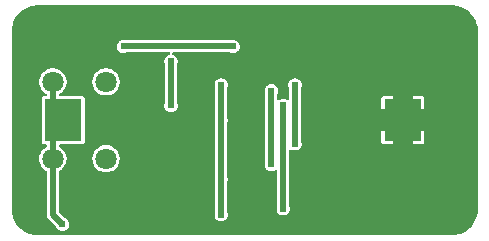
<source format=gbl>
G04 Layer: BottomLayer*
G04 EasyEDA v6.5.40, 2024-07-28 23:41:03*
G04 a67cddfb3fce44daa9051d46cbbcc19f,10*
G04 Gerber Generator version 0.2*
G04 Scale: 100 percent, Rotated: No, Reflected: No *
G04 Dimensions in millimeters *
G04 leading zeros omitted , absolute positions ,4 integer and 5 decimal *
%FSLAX45Y45*%
%MOMM*%

%AMMACRO1*21,1,$1,$2,0,0,$3*%
%ADD10C,0.5000*%
%ADD11MACRO1,3.56X3.13X90.0000*%
%ADD12C,1.8000*%
%ADD13C,0.6096*%
%ADD14C,0.6100*%
%ADD15C,0.0163*%

%LPD*%
G36*
X250291Y25908D02*
G01*
X230022Y26822D01*
X210667Y29413D01*
X191566Y33680D01*
X172974Y39624D01*
X154889Y47142D01*
X137566Y56184D01*
X121107Y66700D01*
X105664Y78638D01*
X91236Y91897D01*
X78079Y106324D01*
X66192Y121869D01*
X55727Y138379D01*
X46736Y155702D01*
X39319Y173786D01*
X33477Y192430D01*
X29260Y211531D01*
X26771Y230936D01*
X25908Y250748D01*
X25908Y1749247D01*
X26822Y1769973D01*
X29413Y1789328D01*
X33680Y1808429D01*
X39624Y1827022D01*
X47142Y1845106D01*
X56184Y1862429D01*
X66700Y1878888D01*
X78638Y1894332D01*
X91897Y1908759D01*
X106324Y1921916D01*
X121869Y1933803D01*
X138379Y1944268D01*
X155702Y1953260D01*
X173786Y1960676D01*
X192430Y1966518D01*
X211531Y1970735D01*
X230936Y1973224D01*
X250748Y1974088D01*
X3749243Y1974088D01*
X3769969Y1973173D01*
X3789324Y1970582D01*
X3808425Y1966315D01*
X3827068Y1960372D01*
X3845102Y1952853D01*
X3862425Y1943811D01*
X3878884Y1933295D01*
X3894378Y1921357D01*
X3908755Y1908098D01*
X3921912Y1893671D01*
X3933799Y1878126D01*
X3944264Y1861616D01*
X3953256Y1844293D01*
X3960672Y1826209D01*
X3966514Y1807565D01*
X3970731Y1788464D01*
X3973220Y1769110D01*
X3974084Y1749247D01*
X3974084Y250748D01*
X3973169Y230022D01*
X3970578Y210667D01*
X3966311Y191566D01*
X3960368Y172974D01*
X3952849Y154889D01*
X3943807Y137566D01*
X3933291Y121107D01*
X3921353Y105664D01*
X3908094Y91236D01*
X3893667Y78079D01*
X3878122Y66192D01*
X3861663Y55727D01*
X3844290Y46736D01*
X3826205Y39319D01*
X3807561Y33477D01*
X3788460Y29260D01*
X3769106Y26771D01*
X3749243Y25908D01*
G37*

%LPC*%
G36*
X455930Y62738D02*
G01*
X465734Y63601D01*
X475234Y66141D01*
X484124Y70307D01*
X492150Y75946D01*
X499109Y82905D01*
X504748Y90932D01*
X508914Y99822D01*
X511454Y109321D01*
X512318Y119126D01*
X511454Y128930D01*
X508914Y138430D01*
X504748Y147320D01*
X499109Y155346D01*
X492150Y162306D01*
X484124Y167944D01*
X476250Y171602D01*
X473354Y173634D01*
X428802Y218033D01*
X426567Y221335D01*
X425805Y225247D01*
X425805Y564692D01*
X426364Y567994D01*
X427990Y570992D01*
X430530Y573278D01*
X443128Y581253D01*
X454304Y590499D01*
X464312Y601116D01*
X472846Y612902D01*
X479856Y625652D01*
X485190Y639165D01*
X488848Y653288D01*
X490677Y667715D01*
X490677Y682294D01*
X488848Y696722D01*
X485190Y710793D01*
X479856Y724357D01*
X472846Y737108D01*
X464312Y748893D01*
X454304Y759460D01*
X443128Y768756D01*
X430631Y776681D01*
X428091Y778967D01*
X426466Y781913D01*
X425907Y785926D01*
X426669Y789838D01*
X428904Y793140D01*
X432206Y795324D01*
X436067Y796086D01*
X617423Y796086D01*
X623773Y796798D01*
X629208Y798728D01*
X634085Y801776D01*
X638200Y805891D01*
X641299Y810768D01*
X643178Y816254D01*
X643890Y822553D01*
X643890Y1177442D01*
X643178Y1183741D01*
X641299Y1189228D01*
X638200Y1194104D01*
X634085Y1198219D01*
X629208Y1201267D01*
X623773Y1203198D01*
X617423Y1203909D01*
X436067Y1203909D01*
X432206Y1204671D01*
X428904Y1206906D01*
X426669Y1210157D01*
X425907Y1214729D01*
X426466Y1218082D01*
X428091Y1221079D01*
X430631Y1223314D01*
X443128Y1231239D01*
X454304Y1240536D01*
X464312Y1251153D01*
X472846Y1262888D01*
X479856Y1275638D01*
X485190Y1289202D01*
X488848Y1303274D01*
X490677Y1317701D01*
X490677Y1332280D01*
X488848Y1346708D01*
X485190Y1360830D01*
X479856Y1374343D01*
X472846Y1387094D01*
X464312Y1398879D01*
X454304Y1409496D01*
X443128Y1418742D01*
X430834Y1426565D01*
X417677Y1432763D01*
X403809Y1437233D01*
X389534Y1439976D01*
X375005Y1440891D01*
X360476Y1439976D01*
X346202Y1437233D01*
X332333Y1432763D01*
X319176Y1426565D01*
X306882Y1418742D01*
X295656Y1409496D01*
X285699Y1398879D01*
X277164Y1387094D01*
X270154Y1374343D01*
X264769Y1360830D01*
X261162Y1346708D01*
X259334Y1332280D01*
X259334Y1317701D01*
X261162Y1303274D01*
X264769Y1289202D01*
X270154Y1275638D01*
X277164Y1262888D01*
X285699Y1251153D01*
X295656Y1240536D01*
X306882Y1231239D01*
X319379Y1223314D01*
X321919Y1221028D01*
X323545Y1218082D01*
X324104Y1214069D01*
X323342Y1210157D01*
X321106Y1206906D01*
X317804Y1204671D01*
X313944Y1203909D01*
X305562Y1203909D01*
X299262Y1203198D01*
X293776Y1201267D01*
X288899Y1198219D01*
X284784Y1194104D01*
X281736Y1189228D01*
X279806Y1183741D01*
X279095Y1177442D01*
X279095Y822553D01*
X279806Y816254D01*
X281736Y810768D01*
X284784Y805891D01*
X288899Y801776D01*
X293776Y798728D01*
X299262Y796798D01*
X305562Y796086D01*
X313944Y796086D01*
X317804Y795324D01*
X321106Y793140D01*
X323342Y789838D01*
X324104Y785266D01*
X323545Y781913D01*
X321919Y778967D01*
X319379Y776681D01*
X306882Y768756D01*
X295656Y759460D01*
X285699Y748893D01*
X277164Y737108D01*
X270154Y724357D01*
X264769Y710793D01*
X261162Y696722D01*
X259334Y682294D01*
X259334Y667715D01*
X261162Y653288D01*
X264769Y639165D01*
X270154Y625652D01*
X277164Y612902D01*
X285699Y601116D01*
X295656Y590499D01*
X306882Y581253D01*
X319278Y573379D01*
X321818Y571093D01*
X323443Y568147D01*
X324002Y564794D01*
X324002Y200101D01*
X324205Y195376D01*
X324764Y191058D01*
X325780Y186639D01*
X327050Y182473D01*
X328828Y178308D01*
X330809Y174447D01*
X333248Y170637D01*
X335889Y167182D01*
X339140Y163677D01*
X401523Y101498D01*
X403555Y98602D01*
X407111Y90932D01*
X412750Y82905D01*
X419709Y75946D01*
X427735Y70307D01*
X436626Y66141D01*
X446125Y63601D01*
G37*
G36*
X1799996Y143611D02*
G01*
X1809800Y144475D01*
X1819300Y147015D01*
X1828190Y151180D01*
X1836216Y156819D01*
X1843176Y163779D01*
X1848815Y171805D01*
X1852980Y180695D01*
X1855520Y190195D01*
X1856384Y199999D01*
X1855520Y209804D01*
X1852980Y219303D01*
X1851863Y221640D01*
X1850898Y225958D01*
X1850898Y474472D01*
X1851863Y478739D01*
X1853082Y481330D01*
X1855622Y490829D01*
X1856486Y500634D01*
X1855622Y510438D01*
X1853082Y519938D01*
X1851863Y522528D01*
X1850898Y526796D01*
X1850898Y974090D01*
X1851863Y978408D01*
X1852930Y980744D01*
X1855470Y990193D01*
X1856333Y999998D01*
X1855470Y1009802D01*
X1852930Y1019251D01*
X1851863Y1021587D01*
X1850898Y1025906D01*
X1850898Y1273810D01*
X1851863Y1278128D01*
X1853082Y1280718D01*
X1855622Y1290218D01*
X1856486Y1299972D01*
X1855622Y1309776D01*
X1853082Y1319276D01*
X1848916Y1328166D01*
X1843278Y1336243D01*
X1836318Y1343202D01*
X1828292Y1348790D01*
X1819402Y1352956D01*
X1809902Y1355496D01*
X1800098Y1356360D01*
X1790293Y1355496D01*
X1780793Y1352956D01*
X1771904Y1348790D01*
X1763877Y1343202D01*
X1756918Y1336243D01*
X1751279Y1328166D01*
X1747113Y1319276D01*
X1744573Y1309776D01*
X1743710Y1299972D01*
X1744573Y1290218D01*
X1747113Y1280718D01*
X1748129Y1278534D01*
X1749094Y1274267D01*
X1749094Y1025906D01*
X1748129Y1021587D01*
X1747062Y1019251D01*
X1744522Y1009802D01*
X1743659Y999998D01*
X1744522Y990193D01*
X1747062Y980744D01*
X1748129Y978408D01*
X1749094Y974090D01*
X1749094Y526389D01*
X1748129Y522071D01*
X1747113Y519938D01*
X1744573Y510438D01*
X1743710Y500634D01*
X1744573Y490829D01*
X1747113Y481330D01*
X1748129Y479196D01*
X1749094Y474878D01*
X1749094Y225958D01*
X1748129Y221640D01*
X1747012Y219303D01*
X1744472Y209804D01*
X1743608Y199999D01*
X1744472Y190195D01*
X1747012Y180695D01*
X1751177Y171805D01*
X1756816Y163779D01*
X1763775Y156819D01*
X1771802Y151180D01*
X1780692Y147015D01*
X1790192Y144475D01*
G37*
G36*
X2325014Y193649D02*
G01*
X2334768Y194513D01*
X2344267Y197053D01*
X2353157Y201168D01*
X2361234Y206806D01*
X2368143Y213766D01*
X2373782Y221792D01*
X2377948Y230733D01*
X2380488Y240182D01*
X2381351Y249986D01*
X2380488Y259791D01*
X2377948Y269240D01*
X2376830Y271576D01*
X2375916Y275894D01*
X2375916Y746302D01*
X2376830Y750620D01*
X2379522Y754126D01*
X2383434Y756158D01*
X2387803Y756310D01*
X2391867Y754634D01*
X2396794Y751179D01*
X2405735Y747064D01*
X2415184Y744524D01*
X2424988Y743661D01*
X2434793Y744524D01*
X2444242Y747064D01*
X2453182Y751179D01*
X2461209Y756818D01*
X2468168Y763778D01*
X2473807Y771804D01*
X2477922Y780745D01*
X2480462Y790194D01*
X2481326Y799998D01*
X2480462Y809802D01*
X2477922Y819251D01*
X2476855Y821588D01*
X2475890Y825906D01*
X2475890Y1274114D01*
X2476855Y1278382D01*
X2477922Y1280718D01*
X2480462Y1290218D01*
X2481326Y1299972D01*
X2480462Y1309776D01*
X2477922Y1319276D01*
X2473807Y1328166D01*
X2468168Y1336243D01*
X2461209Y1343152D01*
X2453182Y1348790D01*
X2444242Y1352956D01*
X2434793Y1355496D01*
X2424988Y1356360D01*
X2415184Y1355496D01*
X2405735Y1352956D01*
X2396794Y1348790D01*
X2388768Y1343152D01*
X2381808Y1336243D01*
X2376170Y1328166D01*
X2372055Y1319276D01*
X2369515Y1309776D01*
X2368651Y1299972D01*
X2369515Y1290218D01*
X2372055Y1280718D01*
X2373122Y1278382D01*
X2374087Y1274064D01*
X2374087Y1178661D01*
X2373122Y1174343D01*
X2370480Y1170889D01*
X2366568Y1168857D01*
X2362149Y1168654D01*
X2358085Y1170330D01*
X2353157Y1173784D01*
X2344267Y1177950D01*
X2334768Y1180490D01*
X2325014Y1181354D01*
X2315210Y1180490D01*
X2305710Y1177950D01*
X2296820Y1173784D01*
X2291892Y1170330D01*
X2287828Y1168654D01*
X2283460Y1168857D01*
X2279548Y1170889D01*
X2276856Y1174394D01*
X2275890Y1178661D01*
X2275890Y1224127D01*
X2276856Y1228394D01*
X2277922Y1230731D01*
X2280462Y1240231D01*
X2281326Y1249984D01*
X2280462Y1259789D01*
X2277922Y1269288D01*
X2273808Y1278178D01*
X2268169Y1286256D01*
X2261209Y1293164D01*
X2253183Y1298803D01*
X2244242Y1302969D01*
X2234793Y1305509D01*
X2224989Y1306372D01*
X2215184Y1305509D01*
X2205736Y1302969D01*
X2196795Y1298803D01*
X2188768Y1293164D01*
X2181809Y1286256D01*
X2176170Y1278178D01*
X2172055Y1269288D01*
X2169515Y1259789D01*
X2168652Y1249984D01*
X2169515Y1240231D01*
X2172055Y1230731D01*
X2173122Y1228394D01*
X2174087Y1224076D01*
X2174087Y650900D01*
X2173122Y646633D01*
X2172055Y644245D01*
X2169515Y634796D01*
X2168652Y624992D01*
X2169515Y615188D01*
X2172055Y605739D01*
X2176170Y596798D01*
X2181809Y588772D01*
X2188768Y581812D01*
X2196795Y576173D01*
X2205736Y572058D01*
X2215184Y569518D01*
X2224989Y568655D01*
X2234793Y569518D01*
X2244242Y572058D01*
X2253183Y576173D01*
X2258110Y579628D01*
X2262174Y581355D01*
X2266543Y581152D01*
X2270455Y579120D01*
X2273147Y575614D01*
X2274062Y571347D01*
X2274062Y275894D01*
X2273147Y271627D01*
X2272030Y269240D01*
X2269490Y259791D01*
X2268626Y249986D01*
X2269490Y240182D01*
X2272030Y230733D01*
X2276195Y221792D01*
X2281834Y213766D01*
X2288743Y206806D01*
X2296820Y201168D01*
X2305710Y197053D01*
X2315210Y194513D01*
G37*
G36*
X824992Y559104D02*
G01*
X839520Y560019D01*
X853795Y562762D01*
X867664Y567232D01*
X880821Y573430D01*
X893114Y581253D01*
X904341Y590499D01*
X914298Y601116D01*
X922832Y612902D01*
X929843Y625652D01*
X935228Y639165D01*
X938834Y653288D01*
X940663Y667715D01*
X940663Y682294D01*
X938834Y696722D01*
X935228Y710793D01*
X929843Y724357D01*
X922832Y737108D01*
X914298Y748893D01*
X904341Y759460D01*
X893114Y768756D01*
X880821Y776528D01*
X867664Y782726D01*
X853795Y787247D01*
X839520Y789990D01*
X824992Y790905D01*
X810463Y789990D01*
X796188Y787247D01*
X782320Y782726D01*
X769162Y776528D01*
X756869Y768756D01*
X745693Y759460D01*
X735685Y748893D01*
X727151Y737108D01*
X720140Y724357D01*
X714806Y710793D01*
X711149Y696722D01*
X709320Y682294D01*
X709320Y667715D01*
X711149Y653288D01*
X714806Y639165D01*
X720140Y625652D01*
X727151Y612902D01*
X735685Y601116D01*
X745693Y590499D01*
X756869Y581253D01*
X769162Y573430D01*
X782320Y567232D01*
X796188Y562762D01*
X810463Y560019D01*
G37*
G36*
X3182569Y796086D02*
G01*
X3253892Y796086D01*
X3253892Y904646D01*
X3156102Y904646D01*
X3156102Y822553D01*
X3156813Y816254D01*
X3158693Y810768D01*
X3161792Y805891D01*
X3165906Y801776D01*
X3170783Y798728D01*
X3176270Y796798D01*
G37*
G36*
X3423107Y796086D02*
G01*
X3494430Y796086D01*
X3500729Y796798D01*
X3506215Y798728D01*
X3511092Y801776D01*
X3515207Y805891D01*
X3518306Y810768D01*
X3520186Y816254D01*
X3520897Y822553D01*
X3520897Y904646D01*
X3423107Y904646D01*
G37*
G36*
X1375003Y1068628D02*
G01*
X1384808Y1069492D01*
X1394307Y1072032D01*
X1403197Y1076198D01*
X1411224Y1081786D01*
X1418183Y1088745D01*
X1423822Y1096822D01*
X1427988Y1105712D01*
X1430528Y1115212D01*
X1431391Y1124966D01*
X1430528Y1134770D01*
X1427988Y1144270D01*
X1426870Y1146657D01*
X1425905Y1150975D01*
X1425905Y1474012D01*
X1426870Y1478330D01*
X1427988Y1480718D01*
X1430528Y1490218D01*
X1431391Y1499971D01*
X1430528Y1509776D01*
X1427988Y1519275D01*
X1423822Y1528165D01*
X1418183Y1536242D01*
X1411224Y1543202D01*
X1403197Y1548790D01*
X1394307Y1552956D01*
X1389126Y1554327D01*
X1385417Y1556207D01*
X1382776Y1559407D01*
X1381607Y1563420D01*
X1382166Y1567535D01*
X1384300Y1571091D01*
X1387703Y1573479D01*
X1391767Y1574342D01*
X1873808Y1574190D01*
X1878126Y1573225D01*
X1880717Y1572006D01*
X1890217Y1569466D01*
X1900021Y1568602D01*
X1909775Y1569466D01*
X1919274Y1572006D01*
X1928164Y1576171D01*
X1936242Y1581810D01*
X1943201Y1588770D01*
X1948789Y1596796D01*
X1952955Y1605686D01*
X1955495Y1615186D01*
X1956358Y1624990D01*
X1955495Y1634794D01*
X1952955Y1644294D01*
X1948789Y1653184D01*
X1943150Y1661210D01*
X1936140Y1668272D01*
X1928114Y1673910D01*
X1919224Y1678076D01*
X1909724Y1680616D01*
X1899920Y1681480D01*
X1890115Y1680616D01*
X1880616Y1678076D01*
X1878279Y1676958D01*
X1873961Y1675993D01*
X1000455Y1676247D01*
X996187Y1677212D01*
X994054Y1678178D01*
X984554Y1680718D01*
X974801Y1681581D01*
X964996Y1680718D01*
X955497Y1678178D01*
X946607Y1674012D01*
X938530Y1668424D01*
X931570Y1661464D01*
X925982Y1653387D01*
X921816Y1644497D01*
X919276Y1634998D01*
X918413Y1625193D01*
X919276Y1615440D01*
X921816Y1605940D01*
X925982Y1597050D01*
X931570Y1588973D01*
X938530Y1582013D01*
X946607Y1576425D01*
X955497Y1572260D01*
X964996Y1569720D01*
X974801Y1568856D01*
X984554Y1569720D01*
X994054Y1572260D01*
X996696Y1573479D01*
X1001014Y1574444D01*
X1358290Y1574342D01*
X1362354Y1573479D01*
X1365758Y1571091D01*
X1367891Y1567535D01*
X1368399Y1563420D01*
X1367282Y1559407D01*
X1364640Y1556207D01*
X1360932Y1554378D01*
X1355699Y1552956D01*
X1346809Y1548790D01*
X1338783Y1543202D01*
X1331823Y1536242D01*
X1326184Y1528165D01*
X1322019Y1519275D01*
X1319479Y1509776D01*
X1318615Y1499971D01*
X1319479Y1490218D01*
X1322019Y1480718D01*
X1323136Y1478330D01*
X1324102Y1474063D01*
X1324102Y1150924D01*
X1323136Y1146657D01*
X1322019Y1144270D01*
X1319479Y1134770D01*
X1318615Y1124966D01*
X1319479Y1115212D01*
X1322019Y1105712D01*
X1326184Y1096822D01*
X1331823Y1088745D01*
X1338783Y1081786D01*
X1346809Y1076198D01*
X1355699Y1072032D01*
X1365199Y1069492D01*
G37*
G36*
X3156102Y1095349D02*
G01*
X3253892Y1095349D01*
X3253892Y1203909D01*
X3182569Y1203909D01*
X3176270Y1203198D01*
X3170783Y1201267D01*
X3165906Y1198219D01*
X3161792Y1194104D01*
X3158693Y1189228D01*
X3156813Y1183741D01*
X3156102Y1177442D01*
G37*
G36*
X3423107Y1095349D02*
G01*
X3520897Y1095349D01*
X3520897Y1177442D01*
X3520186Y1183741D01*
X3518306Y1189228D01*
X3515207Y1194104D01*
X3511092Y1198219D01*
X3506215Y1201267D01*
X3500729Y1203198D01*
X3494430Y1203909D01*
X3423107Y1203909D01*
G37*
G36*
X824992Y1209090D02*
G01*
X839520Y1210005D01*
X853795Y1212748D01*
X867664Y1217269D01*
X880821Y1223467D01*
X893114Y1231239D01*
X904341Y1240536D01*
X914298Y1251153D01*
X922832Y1262888D01*
X929843Y1275638D01*
X935228Y1289202D01*
X938834Y1303274D01*
X940663Y1317701D01*
X940663Y1332280D01*
X938834Y1346708D01*
X935228Y1360830D01*
X929843Y1374343D01*
X922832Y1387094D01*
X914298Y1398879D01*
X904341Y1409496D01*
X893114Y1418742D01*
X880821Y1426565D01*
X867664Y1432763D01*
X853795Y1437233D01*
X839520Y1439976D01*
X824992Y1440891D01*
X810463Y1439976D01*
X796188Y1437233D01*
X782320Y1432763D01*
X769162Y1426565D01*
X756869Y1418742D01*
X745693Y1409496D01*
X735685Y1398879D01*
X727151Y1387094D01*
X720140Y1374343D01*
X714806Y1360830D01*
X711149Y1346708D01*
X709320Y1332280D01*
X709320Y1317701D01*
X711149Y1303274D01*
X714806Y1289202D01*
X720140Y1275638D01*
X727151Y1262888D01*
X735685Y1251153D01*
X745693Y1240536D01*
X756869Y1231239D01*
X769162Y1223467D01*
X782320Y1217269D01*
X796188Y1212748D01*
X810463Y1210005D01*
G37*

%LPD*%
D10*
X2324994Y249999D02*
G01*
X2324994Y249991D01*
X2324988Y249986D01*
X2324994Y249991D01*
X2324994Y1124991D01*
X375005Y675007D02*
G01*
X375005Y1324993D01*
X1800100Y1299969D02*
G01*
X1799996Y1299865D01*
X1799996Y999997D01*
X2424998Y800000D02*
G01*
X2424998Y1299999D01*
X374904Y675131D02*
G01*
X374904Y199897D01*
X455929Y119126D01*
X974852Y1625345D02*
G01*
X1899920Y1625092D01*
X2224999Y625000D02*
G01*
X2224999Y1250000D01*
X1799996Y199999D02*
G01*
X1799996Y999997D01*
X1799996Y999997D01*
X1375001Y1124999D02*
G01*
X1375001Y1499999D01*
D11*
G01*
X461501Y1000000D03*
G01*
X3338501Y1000000D03*
D12*
G01*
X375005Y675004D03*
G01*
X375005Y1324990D03*
G01*
X824992Y675004D03*
G01*
X824992Y1324990D03*
D13*
G01*
X2424988Y1299997D03*
G01*
X2424988Y799998D03*
G01*
X2224989Y1250010D03*
G01*
X2324988Y249986D03*
G01*
X2324988Y1124991D03*
G01*
X2224989Y624992D03*
G01*
X1799996Y999997D03*
D14*
G01*
X1800097Y1299997D03*
G01*
X1800097Y500634D03*
G01*
X1799996Y199999D03*
G01*
X455929Y119126D03*
G01*
X699998Y1475003D03*
G01*
X1899996Y1624990D03*
G01*
X1899920Y1625092D03*
G01*
X974775Y1625219D03*
G01*
X99999Y1699996D03*
G01*
X99999Y1499996D03*
G01*
X99999Y1299997D03*
G01*
X99999Y1099997D03*
G01*
X99999Y899998D03*
G01*
X99999Y699998D03*
G01*
X99999Y499998D03*
G01*
X99999Y299999D03*
G01*
X3899992Y299999D03*
G01*
X3899992Y499998D03*
G01*
X3899992Y699998D03*
G01*
X3899992Y899998D03*
G01*
X3899992Y1099997D03*
G01*
X3899992Y1299997D03*
G01*
X3899992Y1499996D03*
G01*
X3899992Y1699996D03*
G01*
X2250008Y1875002D03*
G01*
X2099995Y950010D03*
G01*
X1375003Y1124991D03*
G01*
X1375003Y1499996D03*
M02*

</source>
